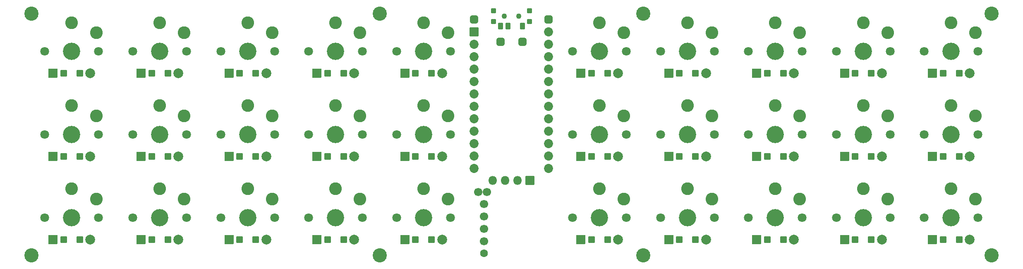
<source format=gbr>
%TF.GenerationSoftware,KiCad,Pcbnew,(6.0.4)*%
%TF.CreationDate,2022-07-31T16:16:28-04:00*%
%TF.ProjectId,satpad,73617470-6164-42e6-9b69-6361645f7063,v1.0.0*%
%TF.SameCoordinates,Original*%
%TF.FileFunction,Soldermask,Top*%
%TF.FilePolarity,Negative*%
%FSLAX46Y46*%
G04 Gerber Fmt 4.6, Leading zero omitted, Abs format (unit mm)*
G04 Created by KiCad (PCBNEW (6.0.4)) date 2022-07-31 16:16:28*
%MOMM*%
%LPD*%
G01*
G04 APERTURE LIST*
G04 Aperture macros list*
%AMRoundRect*
0 Rectangle with rounded corners*
0 $1 Rounding radius*
0 $2 $3 $4 $5 $6 $7 $8 $9 X,Y pos of 4 corners*
0 Add a 4 corners polygon primitive as box body*
4,1,4,$2,$3,$4,$5,$6,$7,$8,$9,$2,$3,0*
0 Add four circle primitives for the rounded corners*
1,1,$1+$1,$2,$3*
1,1,$1+$1,$4,$5*
1,1,$1+$1,$6,$7*
1,1,$1+$1,$8,$9*
0 Add four rect primitives between the rounded corners*
20,1,$1+$1,$2,$3,$4,$5,0*
20,1,$1+$1,$4,$5,$6,$7,0*
20,1,$1+$1,$6,$7,$8,$9,0*
20,1,$1+$1,$8,$9,$2,$3,0*%
G04 Aperture macros list end*
%ADD10C,3.529000*%
%ADD11C,1.801800*%
%ADD12C,2.600000*%
%ADD13RoundRect,0.050000X-0.600000X-0.600000X0.600000X-0.600000X0.600000X0.600000X-0.600000X0.600000X0*%
%ADD14C,2.005000*%
%ADD15RoundRect,0.050000X-0.889000X-0.889000X0.889000X-0.889000X0.889000X0.889000X-0.889000X0.889000X0*%
%ADD16C,2.900000*%
%ADD17RoundRect,0.050000X-0.876300X0.876300X-0.876300X-0.876300X0.876300X-0.876300X0.876300X0.876300X0*%
%ADD18C,1.852600*%
%ADD19RoundRect,0.450000X-0.400000X-0.400000X0.400000X-0.400000X0.400000X0.400000X-0.400000X0.400000X0*%
%ADD20O,1.800000X1.800000*%
%ADD21RoundRect,0.050000X-0.850000X-0.850000X0.850000X-0.850000X0.850000X0.850000X-0.850000X0.850000X0*%
%ADD22C,1.700000*%
%ADD23C,1.600000*%
%ADD24C,1.100000*%
%ADD25RoundRect,0.050000X-0.450000X-0.625000X0.450000X-0.625000X0.450000X0.625000X-0.450000X0.625000X0*%
%ADD26RoundRect,0.050000X-0.450000X-0.450000X0.450000X-0.450000X0.450000X0.450000X-0.450000X0.450000X0*%
G04 APERTURE END LIST*
D10*
%TO.C,S1*%
X0Y0D03*
D11*
X5500000Y0D03*
X-5500000Y0D03*
D12*
X5000000Y3800000D03*
X0Y5900000D03*
%TD*%
D13*
%TO.C,D1*%
X-1650000Y-4500000D03*
X1650000Y-4500000D03*
D14*
X3810000Y-4500000D03*
D15*
X-3810000Y-4500000D03*
%TD*%
D10*
%TO.C,S2*%
X0Y17000000D03*
D11*
X5500000Y17000000D03*
X-5500000Y17000000D03*
D12*
X5000000Y20800000D03*
X0Y22900000D03*
%TD*%
D13*
%TO.C,D2*%
X-1650000Y12500000D03*
X1650000Y12500000D03*
D14*
X3810000Y12500000D03*
D15*
X-3810000Y12500000D03*
%TD*%
D10*
%TO.C,S3*%
X0Y34000000D03*
D11*
X5500000Y34000000D03*
X-5500000Y34000000D03*
D12*
X5000000Y37800000D03*
X0Y39900000D03*
%TD*%
D13*
%TO.C,D3*%
X-1650000Y29500000D03*
X1650000Y29500000D03*
D14*
X3810000Y29500000D03*
D15*
X-3810000Y29500000D03*
%TD*%
D10*
%TO.C,S4*%
X18000000Y0D03*
D11*
X23500000Y0D03*
X12500000Y0D03*
D12*
X23000000Y3800000D03*
X18000000Y5900000D03*
%TD*%
D13*
%TO.C,D4*%
X16350000Y-4500000D03*
X19650000Y-4500000D03*
D14*
X21810000Y-4500000D03*
D15*
X14190000Y-4500000D03*
%TD*%
D10*
%TO.C,S5*%
X18000000Y17000000D03*
D11*
X23500000Y17000000D03*
X12500000Y17000000D03*
D12*
X23000000Y20800000D03*
X18000000Y22900000D03*
%TD*%
D13*
%TO.C,D5*%
X16350000Y12500000D03*
X19650000Y12500000D03*
D14*
X21810000Y12500000D03*
D15*
X14190000Y12500000D03*
%TD*%
D10*
%TO.C,S6*%
X18000000Y34000000D03*
D11*
X23500000Y34000000D03*
X12500000Y34000000D03*
D12*
X23000000Y37800000D03*
X18000000Y39900000D03*
%TD*%
D13*
%TO.C,D6*%
X16350000Y29500000D03*
X19650000Y29500000D03*
D14*
X21810000Y29500000D03*
D15*
X14190000Y29500000D03*
%TD*%
D10*
%TO.C,S7*%
X36000000Y0D03*
D11*
X41500000Y0D03*
X30500000Y0D03*
D12*
X41000000Y3800000D03*
X36000000Y5900000D03*
%TD*%
D13*
%TO.C,D7*%
X34350000Y-4500000D03*
X37650000Y-4500000D03*
D14*
X39810000Y-4500000D03*
D15*
X32190000Y-4500000D03*
%TD*%
D10*
%TO.C,S8*%
X36000000Y17000000D03*
D11*
X41500000Y17000000D03*
X30500000Y17000000D03*
D12*
X41000000Y20800000D03*
X36000000Y22900000D03*
%TD*%
D13*
%TO.C,D8*%
X34350000Y12500000D03*
X37650000Y12500000D03*
D14*
X39810000Y12500000D03*
D15*
X32190000Y12500000D03*
%TD*%
D10*
%TO.C,S9*%
X36000000Y34000000D03*
D11*
X41500000Y34000000D03*
X30500000Y34000000D03*
D12*
X41000000Y37800000D03*
X36000000Y39900000D03*
%TD*%
D13*
%TO.C,D9*%
X34350000Y29500000D03*
X37650000Y29500000D03*
D14*
X39810000Y29500000D03*
D15*
X32190000Y29500000D03*
%TD*%
D10*
%TO.C,S10*%
X54000000Y0D03*
D11*
X59500000Y0D03*
X48500000Y0D03*
D12*
X59000000Y3800000D03*
X54000000Y5900000D03*
%TD*%
D13*
%TO.C,D10*%
X52350000Y-4500000D03*
X55650000Y-4500000D03*
D14*
X57810000Y-4500000D03*
D15*
X50190000Y-4500000D03*
%TD*%
D10*
%TO.C,S11*%
X54000000Y17000000D03*
D11*
X59500000Y17000000D03*
X48500000Y17000000D03*
D12*
X59000000Y20800000D03*
X54000000Y22900000D03*
%TD*%
D13*
%TO.C,D11*%
X52350000Y12500000D03*
X55650000Y12500000D03*
D14*
X57810000Y12500000D03*
D15*
X50190000Y12500000D03*
%TD*%
D10*
%TO.C,S12*%
X54000000Y34000000D03*
D11*
X59500000Y34000000D03*
X48500000Y34000000D03*
D12*
X59000000Y37800000D03*
X54000000Y39900000D03*
%TD*%
D13*
%TO.C,D12*%
X52350000Y29500000D03*
X55650000Y29500000D03*
D14*
X57810000Y29500000D03*
D15*
X50190000Y29500000D03*
%TD*%
D10*
%TO.C,S13*%
X72000000Y0D03*
D11*
X77500000Y0D03*
X66500000Y0D03*
D12*
X77000000Y3800000D03*
X72000000Y5900000D03*
%TD*%
D13*
%TO.C,D13*%
X70350000Y-4500000D03*
X73650000Y-4500000D03*
D14*
X75810000Y-4500000D03*
D15*
X68190000Y-4500000D03*
%TD*%
D10*
%TO.C,S14*%
X72000000Y17000000D03*
D11*
X77500000Y17000000D03*
X66500000Y17000000D03*
D12*
X77000000Y20800000D03*
X72000000Y22900000D03*
%TD*%
D13*
%TO.C,D14*%
X70350000Y12500000D03*
X73650000Y12500000D03*
D14*
X75810000Y12500000D03*
D15*
X68190000Y12500000D03*
%TD*%
D10*
%TO.C,S15*%
X72000000Y34000000D03*
D11*
X77500000Y34000000D03*
X66500000Y34000000D03*
D12*
X77000000Y37800000D03*
X72000000Y39900000D03*
%TD*%
D13*
%TO.C,D15*%
X70350000Y29500000D03*
X73650000Y29500000D03*
D14*
X75810000Y29500000D03*
D15*
X68190000Y29500000D03*
%TD*%
D10*
%TO.C,S16*%
X180000000Y0D03*
D11*
X185500000Y0D03*
X174500000Y0D03*
D12*
X185000000Y3800000D03*
X180000000Y5900000D03*
%TD*%
D13*
%TO.C,D16*%
X178350000Y-4500000D03*
X181650000Y-4500000D03*
D14*
X183810000Y-4500000D03*
D15*
X176190000Y-4500000D03*
%TD*%
D10*
%TO.C,S17*%
X180000000Y17000000D03*
D11*
X185500000Y17000000D03*
X174500000Y17000000D03*
D12*
X185000000Y20800000D03*
X180000000Y22900000D03*
%TD*%
D13*
%TO.C,D17*%
X178350000Y12500000D03*
X181650000Y12500000D03*
D14*
X183810000Y12500000D03*
D15*
X176190000Y12500000D03*
%TD*%
D10*
%TO.C,S18*%
X180000000Y34000000D03*
D11*
X185500000Y34000000D03*
X174500000Y34000000D03*
D12*
X185000000Y37800000D03*
X180000000Y39900000D03*
%TD*%
D13*
%TO.C,D18*%
X178350000Y29500000D03*
X181650000Y29500000D03*
D14*
X183810000Y29500000D03*
D15*
X176190000Y29500000D03*
%TD*%
D10*
%TO.C,S19*%
X162000000Y0D03*
D11*
X167500000Y0D03*
X156500000Y0D03*
D12*
X167000000Y3800000D03*
X162000000Y5900000D03*
%TD*%
D13*
%TO.C,D19*%
X160350000Y-4500000D03*
X163650000Y-4500000D03*
D14*
X165810000Y-4500000D03*
D15*
X158190000Y-4500000D03*
%TD*%
D10*
%TO.C,S20*%
X162000000Y17000000D03*
D11*
X167500000Y17000000D03*
X156500000Y17000000D03*
D12*
X167000000Y20800000D03*
X162000000Y22900000D03*
%TD*%
D13*
%TO.C,D20*%
X160350000Y12500000D03*
X163650000Y12500000D03*
D14*
X165810000Y12500000D03*
D15*
X158190000Y12500000D03*
%TD*%
D10*
%TO.C,S21*%
X162000000Y34000000D03*
D11*
X167500000Y34000000D03*
X156500000Y34000000D03*
D12*
X167000000Y37800000D03*
X162000000Y39900000D03*
%TD*%
D13*
%TO.C,D21*%
X160350000Y29500000D03*
X163650000Y29500000D03*
D14*
X165810000Y29500000D03*
D15*
X158190000Y29500000D03*
%TD*%
D10*
%TO.C,S22*%
X144000000Y0D03*
D11*
X149500000Y0D03*
X138500000Y0D03*
D12*
X149000000Y3800000D03*
X144000000Y5900000D03*
%TD*%
D13*
%TO.C,D22*%
X142350000Y-4500000D03*
X145650000Y-4500000D03*
D14*
X147810000Y-4500000D03*
D15*
X140190000Y-4500000D03*
%TD*%
D10*
%TO.C,S23*%
X144000000Y17000000D03*
D11*
X149500000Y17000000D03*
X138500000Y17000000D03*
D12*
X149000000Y20800000D03*
X144000000Y22900000D03*
%TD*%
D13*
%TO.C,D23*%
X142350000Y12500000D03*
X145650000Y12500000D03*
D14*
X147810000Y12500000D03*
D15*
X140190000Y12500000D03*
%TD*%
D10*
%TO.C,S24*%
X144000000Y34000000D03*
D11*
X149500000Y34000000D03*
X138500000Y34000000D03*
D12*
X149000000Y37800000D03*
X144000000Y39900000D03*
%TD*%
D13*
%TO.C,D24*%
X142350000Y29500000D03*
X145650000Y29500000D03*
D14*
X147810000Y29500000D03*
D15*
X140190000Y29500000D03*
%TD*%
D10*
%TO.C,S25*%
X126000000Y0D03*
D11*
X131500000Y0D03*
X120500000Y0D03*
D12*
X131000000Y3800000D03*
X126000000Y5900000D03*
%TD*%
D13*
%TO.C,D25*%
X124350000Y-4500000D03*
X127650000Y-4500000D03*
D14*
X129810000Y-4500000D03*
D15*
X122190000Y-4500000D03*
%TD*%
D10*
%TO.C,S26*%
X126000000Y17000000D03*
D11*
X131500000Y17000000D03*
X120500000Y17000000D03*
D12*
X131000000Y20800000D03*
X126000000Y22900000D03*
%TD*%
D13*
%TO.C,D26*%
X124350000Y12500000D03*
X127650000Y12500000D03*
D14*
X129810000Y12500000D03*
D15*
X122190000Y12500000D03*
%TD*%
D10*
%TO.C,S27*%
X126000000Y34000000D03*
D11*
X131500000Y34000000D03*
X120500000Y34000000D03*
D12*
X131000000Y37800000D03*
X126000000Y39900000D03*
%TD*%
D13*
%TO.C,D27*%
X124350000Y29500000D03*
X127650000Y29500000D03*
D14*
X129810000Y29500000D03*
D15*
X122190000Y29500000D03*
%TD*%
D10*
%TO.C,S28*%
X108000000Y0D03*
D11*
X113500000Y0D03*
X102500000Y0D03*
D12*
X113000000Y3800000D03*
X108000000Y5900000D03*
%TD*%
D13*
%TO.C,D28*%
X106350000Y-4500000D03*
X109650000Y-4500000D03*
D14*
X111810000Y-4500000D03*
D15*
X104190000Y-4500000D03*
%TD*%
D10*
%TO.C,S29*%
X108000000Y17000000D03*
D11*
X113500000Y17000000D03*
X102500000Y17000000D03*
D12*
X113000000Y20800000D03*
X108000000Y22900000D03*
%TD*%
D13*
%TO.C,D29*%
X106350000Y12500000D03*
X109650000Y12500000D03*
D14*
X111810000Y12500000D03*
D15*
X104190000Y12500000D03*
%TD*%
D10*
%TO.C,S30*%
X108000000Y34000000D03*
D11*
X113500000Y34000000D03*
X102500000Y34000000D03*
D12*
X113000000Y37800000D03*
X108000000Y39900000D03*
%TD*%
D13*
%TO.C,D30*%
X106350000Y29500000D03*
X109650000Y29500000D03*
D14*
X111810000Y29500000D03*
D15*
X104190000Y29500000D03*
%TD*%
D16*
%TO.C,*%
X-8250000Y41750000D03*
%TD*%
%TO.C,*%
X-8250000Y-7750000D03*
%TD*%
%TO.C,*%
X63000000Y41750000D03*
%TD*%
%TO.C,*%
X63000000Y-7750000D03*
%TD*%
%TO.C,*%
X188250000Y41750000D03*
%TD*%
%TO.C,*%
X188250000Y-7750000D03*
%TD*%
%TO.C,*%
X117000000Y41750000D03*
%TD*%
%TO.C,*%
X117000000Y-7750000D03*
%TD*%
D17*
%TO.C,MCU1*%
X82380000Y37970000D03*
D18*
X82380000Y35430000D03*
X82380000Y32890000D03*
X82380000Y30350000D03*
X82380000Y27810000D03*
X82380000Y25270000D03*
X82380000Y22730000D03*
X82380000Y20190000D03*
X82380000Y17650000D03*
X82380000Y15110000D03*
X82380000Y12570000D03*
X82380000Y10030000D03*
X97620000Y37970000D03*
X97620000Y35430000D03*
X97620000Y32890000D03*
X97620000Y30350000D03*
X97620000Y27810000D03*
X97620000Y25270000D03*
X97620000Y22730000D03*
X97620000Y20190000D03*
X97620000Y17650000D03*
X97620000Y15110000D03*
X97620000Y12570000D03*
X97620000Y10030000D03*
D19*
X82380000Y40510000D03*
X97620000Y40510000D03*
%TD*%
D20*
%TO.C,OLED1*%
X86180000Y7600000D03*
X88720000Y7600000D03*
X91260000Y7600000D03*
D21*
X93800000Y7600000D03*
%TD*%
D22*
%TO.C,REF\u002A\u002A*%
X83150000Y5200000D03*
X85000000Y5200000D03*
X84375000Y2810000D03*
X84375000Y270000D03*
X84375000Y-2270000D03*
X84375000Y-4810000D03*
D23*
X84375000Y-7300000D03*
%TD*%
D24*
%TO.C,T1*%
X91500000Y41250000D03*
X88500000Y41250000D03*
D25*
X92250000Y39175000D03*
X89250000Y39175000D03*
X87750000Y39175000D03*
D26*
X93700000Y42350000D03*
X93700000Y40150000D03*
X86300000Y40150000D03*
X86300000Y42350000D03*
%TD*%
D19*
%TO.C,*%
X87750000Y36000000D03*
%TD*%
%TO.C,*%
X92250000Y36000000D03*
%TD*%
M02*

</source>
